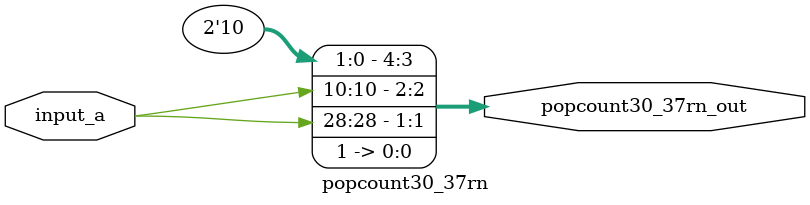
<source format=v>

module popcount30_37rn(input [29:0] input_a, output [4:0] popcount30_37rn_out);
  wire popcount30_37rn_core_032;
  wire popcount30_37rn_core_033;
  wire popcount30_37rn_core_034;
  wire popcount30_37rn_core_035;
  wire popcount30_37rn_core_038;
  wire popcount30_37rn_core_039;
  wire popcount30_37rn_core_040;
  wire popcount30_37rn_core_043;
  wire popcount30_37rn_core_044;
  wire popcount30_37rn_core_046;
  wire popcount30_37rn_core_047;
  wire popcount30_37rn_core_049;
  wire popcount30_37rn_core_051;
  wire popcount30_37rn_core_054;
  wire popcount30_37rn_core_056;
  wire popcount30_37rn_core_057_not;
  wire popcount30_37rn_core_059;
  wire popcount30_37rn_core_062;
  wire popcount30_37rn_core_065;
  wire popcount30_37rn_core_066;
  wire popcount30_37rn_core_067;
  wire popcount30_37rn_core_069;
  wire popcount30_37rn_core_072;
  wire popcount30_37rn_core_074;
  wire popcount30_37rn_core_076;
  wire popcount30_37rn_core_080;
  wire popcount30_37rn_core_082;
  wire popcount30_37rn_core_083;
  wire popcount30_37rn_core_085;
  wire popcount30_37rn_core_086;
  wire popcount30_37rn_core_087;
  wire popcount30_37rn_core_089;
  wire popcount30_37rn_core_092_not;
  wire popcount30_37rn_core_093;
  wire popcount30_37rn_core_094;
  wire popcount30_37rn_core_095;
  wire popcount30_37rn_core_098;
  wire popcount30_37rn_core_099;
  wire popcount30_37rn_core_101;
  wire popcount30_37rn_core_102;
  wire popcount30_37rn_core_107;
  wire popcount30_37rn_core_108;
  wire popcount30_37rn_core_109;
  wire popcount30_37rn_core_111;
  wire popcount30_37rn_core_113;
  wire popcount30_37rn_core_115;
  wire popcount30_37rn_core_116;
  wire popcount30_37rn_core_117;
  wire popcount30_37rn_core_120;
  wire popcount30_37rn_core_121;
  wire popcount30_37rn_core_122;
  wire popcount30_37rn_core_123_not;
  wire popcount30_37rn_core_125;
  wire popcount30_37rn_core_126;
  wire popcount30_37rn_core_127;
  wire popcount30_37rn_core_128;
  wire popcount30_37rn_core_130;
  wire popcount30_37rn_core_131;
  wire popcount30_37rn_core_132;
  wire popcount30_37rn_core_135;
  wire popcount30_37rn_core_137;
  wire popcount30_37rn_core_138;
  wire popcount30_37rn_core_139;
  wire popcount30_37rn_core_141;
  wire popcount30_37rn_core_142;
  wire popcount30_37rn_core_143;
  wire popcount30_37rn_core_144;
  wire popcount30_37rn_core_146;
  wire popcount30_37rn_core_147;
  wire popcount30_37rn_core_149;
  wire popcount30_37rn_core_150_not;
  wire popcount30_37rn_core_152;
  wire popcount30_37rn_core_153;
  wire popcount30_37rn_core_156;
  wire popcount30_37rn_core_157;
  wire popcount30_37rn_core_158;
  wire popcount30_37rn_core_159;
  wire popcount30_37rn_core_160;
  wire popcount30_37rn_core_162;
  wire popcount30_37rn_core_163;
  wire popcount30_37rn_core_164;
  wire popcount30_37rn_core_165;
  wire popcount30_37rn_core_167;
  wire popcount30_37rn_core_168_not;
  wire popcount30_37rn_core_170;
  wire popcount30_37rn_core_171;
  wire popcount30_37rn_core_172;
  wire popcount30_37rn_core_173;
  wire popcount30_37rn_core_175;
  wire popcount30_37rn_core_177;
  wire popcount30_37rn_core_178;
  wire popcount30_37rn_core_179;
  wire popcount30_37rn_core_180;
  wire popcount30_37rn_core_181;
  wire popcount30_37rn_core_182_not;
  wire popcount30_37rn_core_184;
  wire popcount30_37rn_core_185;
  wire popcount30_37rn_core_187;
  wire popcount30_37rn_core_188;
  wire popcount30_37rn_core_189;
  wire popcount30_37rn_core_190;
  wire popcount30_37rn_core_191;
  wire popcount30_37rn_core_193;
  wire popcount30_37rn_core_194;
  wire popcount30_37rn_core_195;
  wire popcount30_37rn_core_197;
  wire popcount30_37rn_core_198;
  wire popcount30_37rn_core_199;
  wire popcount30_37rn_core_201;
  wire popcount30_37rn_core_203;
  wire popcount30_37rn_core_204;
  wire popcount30_37rn_core_205;
  wire popcount30_37rn_core_206;
  wire popcount30_37rn_core_208;
  wire popcount30_37rn_core_209;
  wire popcount30_37rn_core_210;
  wire popcount30_37rn_core_212;

  assign popcount30_37rn_core_032 = input_a[6] & input_a[8];
  assign popcount30_37rn_core_033 = ~input_a[24];
  assign popcount30_37rn_core_034 = ~input_a[23];
  assign popcount30_37rn_core_035 = ~(input_a[1] | input_a[20]);
  assign popcount30_37rn_core_038 = input_a[10] ^ input_a[18];
  assign popcount30_37rn_core_039 = input_a[11] ^ input_a[3];
  assign popcount30_37rn_core_040 = ~(input_a[21] | input_a[9]);
  assign popcount30_37rn_core_043 = ~(input_a[15] | input_a[25]);
  assign popcount30_37rn_core_044 = ~(input_a[4] ^ input_a[23]);
  assign popcount30_37rn_core_046 = ~input_a[22];
  assign popcount30_37rn_core_047 = ~(input_a[12] ^ input_a[10]);
  assign popcount30_37rn_core_049 = ~input_a[13];
  assign popcount30_37rn_core_051 = input_a[24] | input_a[5];
  assign popcount30_37rn_core_054 = input_a[10] | input_a[18];
  assign popcount30_37rn_core_056 = ~(input_a[29] | input_a[22]);
  assign popcount30_37rn_core_057_not = ~input_a[15];
  assign popcount30_37rn_core_059 = ~input_a[5];
  assign popcount30_37rn_core_062 = input_a[25] ^ input_a[6];
  assign popcount30_37rn_core_065 = input_a[18] & input_a[26];
  assign popcount30_37rn_core_066 = input_a[24] | input_a[7];
  assign popcount30_37rn_core_067 = ~(input_a[24] | input_a[17]);
  assign popcount30_37rn_core_069 = ~(input_a[19] | input_a[13]);
  assign popcount30_37rn_core_072 = ~(input_a[22] | input_a[2]);
  assign popcount30_37rn_core_074 = ~input_a[26];
  assign popcount30_37rn_core_076 = input_a[29] ^ input_a[2];
  assign popcount30_37rn_core_080 = ~(input_a[26] | input_a[22]);
  assign popcount30_37rn_core_082 = ~(input_a[1] & input_a[13]);
  assign popcount30_37rn_core_083 = ~(input_a[20] | input_a[25]);
  assign popcount30_37rn_core_085 = ~(input_a[0] ^ input_a[6]);
  assign popcount30_37rn_core_086 = ~input_a[25];
  assign popcount30_37rn_core_087 = input_a[11] ^ input_a[25];
  assign popcount30_37rn_core_089 = input_a[23] & input_a[22];
  assign popcount30_37rn_core_092_not = ~input_a[22];
  assign popcount30_37rn_core_093 = ~(input_a[23] & input_a[20]);
  assign popcount30_37rn_core_094 = ~(input_a[5] ^ input_a[25]);
  assign popcount30_37rn_core_095 = ~(input_a[25] & input_a[1]);
  assign popcount30_37rn_core_098 = ~input_a[21];
  assign popcount30_37rn_core_099 = ~(input_a[5] | input_a[6]);
  assign popcount30_37rn_core_101 = input_a[0] ^ input_a[9];
  assign popcount30_37rn_core_102 = input_a[12] ^ input_a[20];
  assign popcount30_37rn_core_107 = ~(input_a[28] ^ input_a[22]);
  assign popcount30_37rn_core_108 = ~(input_a[26] ^ input_a[6]);
  assign popcount30_37rn_core_109 = input_a[15] ^ input_a[28];
  assign popcount30_37rn_core_111 = ~(input_a[0] ^ input_a[12]);
  assign popcount30_37rn_core_113 = input_a[3] | input_a[15];
  assign popcount30_37rn_core_115 = ~(input_a[18] | input_a[0]);
  assign popcount30_37rn_core_116 = ~input_a[7];
  assign popcount30_37rn_core_117 = ~(input_a[4] ^ input_a[23]);
  assign popcount30_37rn_core_120 = ~(input_a[6] ^ input_a[23]);
  assign popcount30_37rn_core_121 = ~(input_a[13] & input_a[20]);
  assign popcount30_37rn_core_122 = ~(input_a[28] ^ input_a[21]);
  assign popcount30_37rn_core_123_not = ~input_a[24];
  assign popcount30_37rn_core_125 = input_a[24] | input_a[0];
  assign popcount30_37rn_core_126 = input_a[19] ^ input_a[3];
  assign popcount30_37rn_core_127 = input_a[22] | input_a[27];
  assign popcount30_37rn_core_128 = ~(input_a[6] | input_a[10]);
  assign popcount30_37rn_core_130 = ~input_a[12];
  assign popcount30_37rn_core_131 = ~(input_a[24] & input_a[20]);
  assign popcount30_37rn_core_132 = input_a[12] ^ input_a[3];
  assign popcount30_37rn_core_135 = ~(input_a[17] & input_a[24]);
  assign popcount30_37rn_core_137 = ~(input_a[12] ^ input_a[6]);
  assign popcount30_37rn_core_138 = input_a[16] & input_a[26];
  assign popcount30_37rn_core_139 = ~(input_a[14] & input_a[15]);
  assign popcount30_37rn_core_141 = ~(input_a[22] | input_a[3]);
  assign popcount30_37rn_core_142 = ~(input_a[11] | input_a[29]);
  assign popcount30_37rn_core_143 = ~input_a[17];
  assign popcount30_37rn_core_144 = ~input_a[5];
  assign popcount30_37rn_core_146 = ~(input_a[17] ^ input_a[28]);
  assign popcount30_37rn_core_147 = ~(input_a[8] ^ input_a[15]);
  assign popcount30_37rn_core_149 = input_a[18] & input_a[15];
  assign popcount30_37rn_core_150_not = ~input_a[10];
  assign popcount30_37rn_core_152 = ~(input_a[27] & input_a[13]);
  assign popcount30_37rn_core_153 = ~(input_a[23] & input_a[29]);
  assign popcount30_37rn_core_156 = ~(input_a[22] & input_a[10]);
  assign popcount30_37rn_core_157 = ~(input_a[25] & input_a[5]);
  assign popcount30_37rn_core_158 = ~input_a[4];
  assign popcount30_37rn_core_159 = input_a[1] | input_a[6];
  assign popcount30_37rn_core_160 = ~(input_a[13] & input_a[28]);
  assign popcount30_37rn_core_162 = ~input_a[13];
  assign popcount30_37rn_core_163 = input_a[28] ^ input_a[12];
  assign popcount30_37rn_core_164 = input_a[15] ^ input_a[2];
  assign popcount30_37rn_core_165 = input_a[15] | input_a[18];
  assign popcount30_37rn_core_167 = ~input_a[6];
  assign popcount30_37rn_core_168_not = ~input_a[10];
  assign popcount30_37rn_core_170 = ~(input_a[26] & input_a[17]);
  assign popcount30_37rn_core_171 = input_a[18] | input_a[2];
  assign popcount30_37rn_core_172 = ~(input_a[28] & input_a[28]);
  assign popcount30_37rn_core_173 = input_a[3] | input_a[13];
  assign popcount30_37rn_core_175 = ~(input_a[7] & input_a[28]);
  assign popcount30_37rn_core_177 = input_a[17] ^ input_a[13];
  assign popcount30_37rn_core_178 = input_a[2] | input_a[16];
  assign popcount30_37rn_core_179 = input_a[20] | input_a[13];
  assign popcount30_37rn_core_180 = ~(input_a[16] ^ input_a[21]);
  assign popcount30_37rn_core_181 = input_a[25] ^ input_a[8];
  assign popcount30_37rn_core_182_not = ~input_a[3];
  assign popcount30_37rn_core_184 = input_a[8] & input_a[21];
  assign popcount30_37rn_core_185 = ~(input_a[26] ^ input_a[8]);
  assign popcount30_37rn_core_187 = ~(input_a[17] | input_a[12]);
  assign popcount30_37rn_core_188 = input_a[2] ^ input_a[16];
  assign popcount30_37rn_core_189 = ~(input_a[23] ^ input_a[28]);
  assign popcount30_37rn_core_190 = input_a[7] ^ input_a[5];
  assign popcount30_37rn_core_191 = ~(input_a[9] | input_a[27]);
  assign popcount30_37rn_core_193 = input_a[14] & input_a[1];
  assign popcount30_37rn_core_194 = input_a[3] & input_a[17];
  assign popcount30_37rn_core_195 = ~(input_a[12] ^ input_a[22]);
  assign popcount30_37rn_core_197 = ~(input_a[2] | input_a[1]);
  assign popcount30_37rn_core_198 = input_a[26] | input_a[17];
  assign popcount30_37rn_core_199 = ~(input_a[15] & input_a[4]);
  assign popcount30_37rn_core_201 = ~(input_a[20] ^ input_a[25]);
  assign popcount30_37rn_core_203 = ~input_a[25];
  assign popcount30_37rn_core_204 = input_a[12] & input_a[2];
  assign popcount30_37rn_core_205 = ~(input_a[10] & input_a[9]);
  assign popcount30_37rn_core_206 = input_a[28] & input_a[12];
  assign popcount30_37rn_core_208 = ~(input_a[24] & input_a[22]);
  assign popcount30_37rn_core_209 = ~(input_a[13] | input_a[25]);
  assign popcount30_37rn_core_210 = ~(input_a[24] | input_a[23]);
  assign popcount30_37rn_core_212 = input_a[5] ^ input_a[29];

  assign popcount30_37rn_out[0] = 1'b1;
  assign popcount30_37rn_out[1] = input_a[28];
  assign popcount30_37rn_out[2] = input_a[10];
  assign popcount30_37rn_out[3] = 1'b0;
  assign popcount30_37rn_out[4] = 1'b1;
endmodule
</source>
